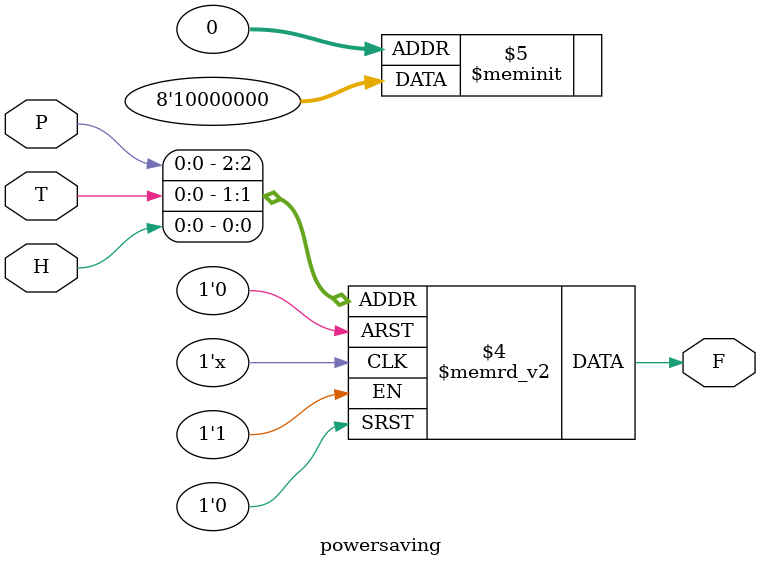
<source format=v>



// Generated by Quartus Prime Version 21.1 (Build Build 850 06/23/2022)
// Created on Tue Sep 20 08:45:23 2022

//  Module Declaration
module powersaving
(
// {{ALTERA_ARGS_BEGIN}} DO NOT REMOVE THIS LINE!
P, T, H, F
// {{ALTERA_ARGS_END}} DO NOT REMOVE THIS LINE!
);
// Port Declaration

// {{ALTERA_IO_BEGIN}} DO NOT REMOVE THIS LINE!
input P;
input T;
input H;
output F;
// {{ALTERA_IO_END}} DO NOT REMOVE THIS LINE!
reg F;
always @(P or T or H)
begin
	case({P,T,H})
		3'b000: F= 'b0;
		3'b001: F= 'b0;
		3'b010: F= 'b0;
		3'b011: F= 'b0;
		3'b100: F= 'b0;
		3'b101: F= 'b0;
		3'b110: F= 'b0;
		3'b111: F= 'b1;
	endcase
	end


endmodule

</source>
